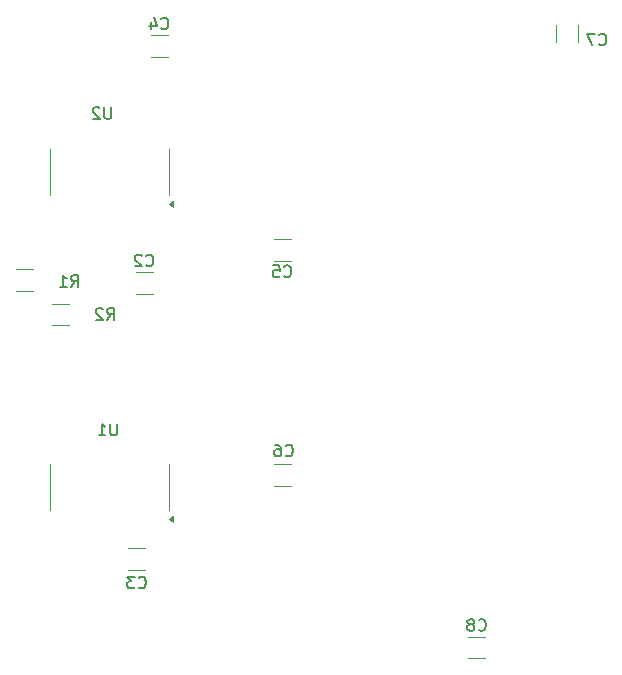
<source format=gbo>
%TF.GenerationSoftware,KiCad,Pcbnew,7.0.11+dfsg-1build4*%
%TF.CreationDate,2025-09-12T14:57:25+02:00*%
%TF.ProjectId,upp10a3v1.1,75707031-3061-4337-9631-2e312e6b6963,rev?*%
%TF.SameCoordinates,Original*%
%TF.FileFunction,Legend,Bot*%
%TF.FilePolarity,Positive*%
%FSLAX46Y46*%
G04 Gerber Fmt 4.6, Leading zero omitted, Abs format (unit mm)*
G04 Created by KiCad (PCBNEW 7.0.11+dfsg-1build4) date 2025-09-12 14:57:25*
%MOMM*%
%LPD*%
G01*
G04 APERTURE LIST*
%ADD10C,0.150000*%
%ADD11C,0.120000*%
G04 APERTURE END LIST*
D10*
X98553166Y-130208580D02*
X98600785Y-130256200D01*
X98600785Y-130256200D02*
X98743642Y-130303819D01*
X98743642Y-130303819D02*
X98838880Y-130303819D01*
X98838880Y-130303819D02*
X98981737Y-130256200D01*
X98981737Y-130256200D02*
X99076975Y-130160961D01*
X99076975Y-130160961D02*
X99124594Y-130065723D01*
X99124594Y-130065723D02*
X99172213Y-129875247D01*
X99172213Y-129875247D02*
X99172213Y-129732390D01*
X99172213Y-129732390D02*
X99124594Y-129541914D01*
X99124594Y-129541914D02*
X99076975Y-129446676D01*
X99076975Y-129446676D02*
X98981737Y-129351438D01*
X98981737Y-129351438D02*
X98838880Y-129303819D01*
X98838880Y-129303819D02*
X98743642Y-129303819D01*
X98743642Y-129303819D02*
X98600785Y-129351438D01*
X98600785Y-129351438D02*
X98553166Y-129399057D01*
X97981737Y-129732390D02*
X98076975Y-129684771D01*
X98076975Y-129684771D02*
X98124594Y-129637152D01*
X98124594Y-129637152D02*
X98172213Y-129541914D01*
X98172213Y-129541914D02*
X98172213Y-129494295D01*
X98172213Y-129494295D02*
X98124594Y-129399057D01*
X98124594Y-129399057D02*
X98076975Y-129351438D01*
X98076975Y-129351438D02*
X97981737Y-129303819D01*
X97981737Y-129303819D02*
X97791261Y-129303819D01*
X97791261Y-129303819D02*
X97696023Y-129351438D01*
X97696023Y-129351438D02*
X97648404Y-129399057D01*
X97648404Y-129399057D02*
X97600785Y-129494295D01*
X97600785Y-129494295D02*
X97600785Y-129541914D01*
X97600785Y-129541914D02*
X97648404Y-129637152D01*
X97648404Y-129637152D02*
X97696023Y-129684771D01*
X97696023Y-129684771D02*
X97791261Y-129732390D01*
X97791261Y-129732390D02*
X97981737Y-129732390D01*
X97981737Y-129732390D02*
X98076975Y-129780009D01*
X98076975Y-129780009D02*
X98124594Y-129827628D01*
X98124594Y-129827628D02*
X98172213Y-129922866D01*
X98172213Y-129922866D02*
X98172213Y-130113342D01*
X98172213Y-130113342D02*
X98124594Y-130208580D01*
X98124594Y-130208580D02*
X98076975Y-130256200D01*
X98076975Y-130256200D02*
X97981737Y-130303819D01*
X97981737Y-130303819D02*
X97791261Y-130303819D01*
X97791261Y-130303819D02*
X97696023Y-130256200D01*
X97696023Y-130256200D02*
X97648404Y-130208580D01*
X97648404Y-130208580D02*
X97600785Y-130113342D01*
X97600785Y-130113342D02*
X97600785Y-129922866D01*
X97600785Y-129922866D02*
X97648404Y-129827628D01*
X97648404Y-129827628D02*
X97696023Y-129780009D01*
X97696023Y-129780009D02*
X97791261Y-129732390D01*
X108751666Y-80623580D02*
X108799285Y-80671200D01*
X108799285Y-80671200D02*
X108942142Y-80718819D01*
X108942142Y-80718819D02*
X109037380Y-80718819D01*
X109037380Y-80718819D02*
X109180237Y-80671200D01*
X109180237Y-80671200D02*
X109275475Y-80575961D01*
X109275475Y-80575961D02*
X109323094Y-80480723D01*
X109323094Y-80480723D02*
X109370713Y-80290247D01*
X109370713Y-80290247D02*
X109370713Y-80147390D01*
X109370713Y-80147390D02*
X109323094Y-79956914D01*
X109323094Y-79956914D02*
X109275475Y-79861676D01*
X109275475Y-79861676D02*
X109180237Y-79766438D01*
X109180237Y-79766438D02*
X109037380Y-79718819D01*
X109037380Y-79718819D02*
X108942142Y-79718819D01*
X108942142Y-79718819D02*
X108799285Y-79766438D01*
X108799285Y-79766438D02*
X108751666Y-79814057D01*
X108418332Y-79718819D02*
X107751666Y-79718819D01*
X107751666Y-79718819D02*
X108180237Y-80718819D01*
X82208666Y-115421580D02*
X82256285Y-115469200D01*
X82256285Y-115469200D02*
X82399142Y-115516819D01*
X82399142Y-115516819D02*
X82494380Y-115516819D01*
X82494380Y-115516819D02*
X82637237Y-115469200D01*
X82637237Y-115469200D02*
X82732475Y-115373961D01*
X82732475Y-115373961D02*
X82780094Y-115278723D01*
X82780094Y-115278723D02*
X82827713Y-115088247D01*
X82827713Y-115088247D02*
X82827713Y-114945390D01*
X82827713Y-114945390D02*
X82780094Y-114754914D01*
X82780094Y-114754914D02*
X82732475Y-114659676D01*
X82732475Y-114659676D02*
X82637237Y-114564438D01*
X82637237Y-114564438D02*
X82494380Y-114516819D01*
X82494380Y-114516819D02*
X82399142Y-114516819D01*
X82399142Y-114516819D02*
X82256285Y-114564438D01*
X82256285Y-114564438D02*
X82208666Y-114612057D01*
X81351523Y-114516819D02*
X81541999Y-114516819D01*
X81541999Y-114516819D02*
X81637237Y-114564438D01*
X81637237Y-114564438D02*
X81684856Y-114612057D01*
X81684856Y-114612057D02*
X81780094Y-114754914D01*
X81780094Y-114754914D02*
X81827713Y-114945390D01*
X81827713Y-114945390D02*
X81827713Y-115326342D01*
X81827713Y-115326342D02*
X81780094Y-115421580D01*
X81780094Y-115421580D02*
X81732475Y-115469200D01*
X81732475Y-115469200D02*
X81637237Y-115516819D01*
X81637237Y-115516819D02*
X81446761Y-115516819D01*
X81446761Y-115516819D02*
X81351523Y-115469200D01*
X81351523Y-115469200D02*
X81303904Y-115421580D01*
X81303904Y-115421580D02*
X81256285Y-115326342D01*
X81256285Y-115326342D02*
X81256285Y-115088247D01*
X81256285Y-115088247D02*
X81303904Y-114993009D01*
X81303904Y-114993009D02*
X81351523Y-114945390D01*
X81351523Y-114945390D02*
X81446761Y-114897771D01*
X81446761Y-114897771D02*
X81637237Y-114897771D01*
X81637237Y-114897771D02*
X81732475Y-114945390D01*
X81732475Y-114945390D02*
X81780094Y-114993009D01*
X81780094Y-114993009D02*
X81827713Y-115088247D01*
X82081666Y-100253580D02*
X82129285Y-100301200D01*
X82129285Y-100301200D02*
X82272142Y-100348819D01*
X82272142Y-100348819D02*
X82367380Y-100348819D01*
X82367380Y-100348819D02*
X82510237Y-100301200D01*
X82510237Y-100301200D02*
X82605475Y-100205961D01*
X82605475Y-100205961D02*
X82653094Y-100110723D01*
X82653094Y-100110723D02*
X82700713Y-99920247D01*
X82700713Y-99920247D02*
X82700713Y-99777390D01*
X82700713Y-99777390D02*
X82653094Y-99586914D01*
X82653094Y-99586914D02*
X82605475Y-99491676D01*
X82605475Y-99491676D02*
X82510237Y-99396438D01*
X82510237Y-99396438D02*
X82367380Y-99348819D01*
X82367380Y-99348819D02*
X82272142Y-99348819D01*
X82272142Y-99348819D02*
X82129285Y-99396438D01*
X82129285Y-99396438D02*
X82081666Y-99444057D01*
X81176904Y-99348819D02*
X81653094Y-99348819D01*
X81653094Y-99348819D02*
X81700713Y-99825009D01*
X81700713Y-99825009D02*
X81653094Y-99777390D01*
X81653094Y-99777390D02*
X81557856Y-99729771D01*
X81557856Y-99729771D02*
X81319761Y-99729771D01*
X81319761Y-99729771D02*
X81224523Y-99777390D01*
X81224523Y-99777390D02*
X81176904Y-99825009D01*
X81176904Y-99825009D02*
X81129285Y-99920247D01*
X81129285Y-99920247D02*
X81129285Y-100158342D01*
X81129285Y-100158342D02*
X81176904Y-100253580D01*
X81176904Y-100253580D02*
X81224523Y-100301200D01*
X81224523Y-100301200D02*
X81319761Y-100348819D01*
X81319761Y-100348819D02*
X81557856Y-100348819D01*
X81557856Y-100348819D02*
X81653094Y-100301200D01*
X81653094Y-100301200D02*
X81700713Y-100253580D01*
X71667666Y-79281580D02*
X71715285Y-79329200D01*
X71715285Y-79329200D02*
X71858142Y-79376819D01*
X71858142Y-79376819D02*
X71953380Y-79376819D01*
X71953380Y-79376819D02*
X72096237Y-79329200D01*
X72096237Y-79329200D02*
X72191475Y-79233961D01*
X72191475Y-79233961D02*
X72239094Y-79138723D01*
X72239094Y-79138723D02*
X72286713Y-78948247D01*
X72286713Y-78948247D02*
X72286713Y-78805390D01*
X72286713Y-78805390D02*
X72239094Y-78614914D01*
X72239094Y-78614914D02*
X72191475Y-78519676D01*
X72191475Y-78519676D02*
X72096237Y-78424438D01*
X72096237Y-78424438D02*
X71953380Y-78376819D01*
X71953380Y-78376819D02*
X71858142Y-78376819D01*
X71858142Y-78376819D02*
X71715285Y-78424438D01*
X71715285Y-78424438D02*
X71667666Y-78472057D01*
X70810523Y-78710152D02*
X70810523Y-79376819D01*
X71048618Y-78329200D02*
X71286713Y-79043485D01*
X71286713Y-79043485D02*
X70667666Y-79043485D01*
X69762666Y-126597580D02*
X69810285Y-126645200D01*
X69810285Y-126645200D02*
X69953142Y-126692819D01*
X69953142Y-126692819D02*
X70048380Y-126692819D01*
X70048380Y-126692819D02*
X70191237Y-126645200D01*
X70191237Y-126645200D02*
X70286475Y-126549961D01*
X70286475Y-126549961D02*
X70334094Y-126454723D01*
X70334094Y-126454723D02*
X70381713Y-126264247D01*
X70381713Y-126264247D02*
X70381713Y-126121390D01*
X70381713Y-126121390D02*
X70334094Y-125930914D01*
X70334094Y-125930914D02*
X70286475Y-125835676D01*
X70286475Y-125835676D02*
X70191237Y-125740438D01*
X70191237Y-125740438D02*
X70048380Y-125692819D01*
X70048380Y-125692819D02*
X69953142Y-125692819D01*
X69953142Y-125692819D02*
X69810285Y-125740438D01*
X69810285Y-125740438D02*
X69762666Y-125788057D01*
X69429332Y-125692819D02*
X68810285Y-125692819D01*
X68810285Y-125692819D02*
X69143618Y-126073771D01*
X69143618Y-126073771D02*
X69000761Y-126073771D01*
X69000761Y-126073771D02*
X68905523Y-126121390D01*
X68905523Y-126121390D02*
X68857904Y-126169009D01*
X68857904Y-126169009D02*
X68810285Y-126264247D01*
X68810285Y-126264247D02*
X68810285Y-126502342D01*
X68810285Y-126502342D02*
X68857904Y-126597580D01*
X68857904Y-126597580D02*
X68905523Y-126645200D01*
X68905523Y-126645200D02*
X69000761Y-126692819D01*
X69000761Y-126692819D02*
X69286475Y-126692819D01*
X69286475Y-126692819D02*
X69381713Y-126645200D01*
X69381713Y-126645200D02*
X69429332Y-126597580D01*
X70397666Y-99347580D02*
X70445285Y-99395200D01*
X70445285Y-99395200D02*
X70588142Y-99442819D01*
X70588142Y-99442819D02*
X70683380Y-99442819D01*
X70683380Y-99442819D02*
X70826237Y-99395200D01*
X70826237Y-99395200D02*
X70921475Y-99299961D01*
X70921475Y-99299961D02*
X70969094Y-99204723D01*
X70969094Y-99204723D02*
X71016713Y-99014247D01*
X71016713Y-99014247D02*
X71016713Y-98871390D01*
X71016713Y-98871390D02*
X70969094Y-98680914D01*
X70969094Y-98680914D02*
X70921475Y-98585676D01*
X70921475Y-98585676D02*
X70826237Y-98490438D01*
X70826237Y-98490438D02*
X70683380Y-98442819D01*
X70683380Y-98442819D02*
X70588142Y-98442819D01*
X70588142Y-98442819D02*
X70445285Y-98490438D01*
X70445285Y-98490438D02*
X70397666Y-98538057D01*
X70016713Y-98538057D02*
X69969094Y-98490438D01*
X69969094Y-98490438D02*
X69873856Y-98442819D01*
X69873856Y-98442819D02*
X69635761Y-98442819D01*
X69635761Y-98442819D02*
X69540523Y-98490438D01*
X69540523Y-98490438D02*
X69492904Y-98538057D01*
X69492904Y-98538057D02*
X69445285Y-98633295D01*
X69445285Y-98633295D02*
X69445285Y-98728533D01*
X69445285Y-98728533D02*
X69492904Y-98871390D01*
X69492904Y-98871390D02*
X70064332Y-99442819D01*
X70064332Y-99442819D02*
X69445285Y-99442819D01*
X67436904Y-85941819D02*
X67436904Y-86751342D01*
X67436904Y-86751342D02*
X67389285Y-86846580D01*
X67389285Y-86846580D02*
X67341666Y-86894200D01*
X67341666Y-86894200D02*
X67246428Y-86941819D01*
X67246428Y-86941819D02*
X67055952Y-86941819D01*
X67055952Y-86941819D02*
X66960714Y-86894200D01*
X66960714Y-86894200D02*
X66913095Y-86846580D01*
X66913095Y-86846580D02*
X66865476Y-86751342D01*
X66865476Y-86751342D02*
X66865476Y-85941819D01*
X66436904Y-86037057D02*
X66389285Y-85989438D01*
X66389285Y-85989438D02*
X66294047Y-85941819D01*
X66294047Y-85941819D02*
X66055952Y-85941819D01*
X66055952Y-85941819D02*
X65960714Y-85989438D01*
X65960714Y-85989438D02*
X65913095Y-86037057D01*
X65913095Y-86037057D02*
X65865476Y-86132295D01*
X65865476Y-86132295D02*
X65865476Y-86227533D01*
X65865476Y-86227533D02*
X65913095Y-86370390D01*
X65913095Y-86370390D02*
X66484523Y-86941819D01*
X66484523Y-86941819D02*
X65865476Y-86941819D01*
X67095666Y-103959819D02*
X67428999Y-103483628D01*
X67667094Y-103959819D02*
X67667094Y-102959819D01*
X67667094Y-102959819D02*
X67286142Y-102959819D01*
X67286142Y-102959819D02*
X67190904Y-103007438D01*
X67190904Y-103007438D02*
X67143285Y-103055057D01*
X67143285Y-103055057D02*
X67095666Y-103150295D01*
X67095666Y-103150295D02*
X67095666Y-103293152D01*
X67095666Y-103293152D02*
X67143285Y-103388390D01*
X67143285Y-103388390D02*
X67190904Y-103436009D01*
X67190904Y-103436009D02*
X67286142Y-103483628D01*
X67286142Y-103483628D02*
X67667094Y-103483628D01*
X66714713Y-103055057D02*
X66667094Y-103007438D01*
X66667094Y-103007438D02*
X66571856Y-102959819D01*
X66571856Y-102959819D02*
X66333761Y-102959819D01*
X66333761Y-102959819D02*
X66238523Y-103007438D01*
X66238523Y-103007438D02*
X66190904Y-103055057D01*
X66190904Y-103055057D02*
X66143285Y-103150295D01*
X66143285Y-103150295D02*
X66143285Y-103245533D01*
X66143285Y-103245533D02*
X66190904Y-103388390D01*
X66190904Y-103388390D02*
X66762332Y-103959819D01*
X66762332Y-103959819D02*
X66143285Y-103959819D01*
X64047666Y-101165819D02*
X64380999Y-100689628D01*
X64619094Y-101165819D02*
X64619094Y-100165819D01*
X64619094Y-100165819D02*
X64238142Y-100165819D01*
X64238142Y-100165819D02*
X64142904Y-100213438D01*
X64142904Y-100213438D02*
X64095285Y-100261057D01*
X64095285Y-100261057D02*
X64047666Y-100356295D01*
X64047666Y-100356295D02*
X64047666Y-100499152D01*
X64047666Y-100499152D02*
X64095285Y-100594390D01*
X64095285Y-100594390D02*
X64142904Y-100642009D01*
X64142904Y-100642009D02*
X64238142Y-100689628D01*
X64238142Y-100689628D02*
X64619094Y-100689628D01*
X63095285Y-101165819D02*
X63666713Y-101165819D01*
X63380999Y-101165819D02*
X63380999Y-100165819D01*
X63380999Y-100165819D02*
X63476237Y-100308676D01*
X63476237Y-100308676D02*
X63571475Y-100403914D01*
X63571475Y-100403914D02*
X63666713Y-100451533D01*
X67944904Y-112738819D02*
X67944904Y-113548342D01*
X67944904Y-113548342D02*
X67897285Y-113643580D01*
X67897285Y-113643580D02*
X67849666Y-113691200D01*
X67849666Y-113691200D02*
X67754428Y-113738819D01*
X67754428Y-113738819D02*
X67563952Y-113738819D01*
X67563952Y-113738819D02*
X67468714Y-113691200D01*
X67468714Y-113691200D02*
X67421095Y-113643580D01*
X67421095Y-113643580D02*
X67373476Y-113548342D01*
X67373476Y-113548342D02*
X67373476Y-112738819D01*
X66373476Y-113738819D02*
X66944904Y-113738819D01*
X66659190Y-113738819D02*
X66659190Y-112738819D01*
X66659190Y-112738819D02*
X66754428Y-112881676D01*
X66754428Y-112881676D02*
X66849666Y-112976914D01*
X66849666Y-112976914D02*
X66944904Y-113024533D01*
D11*
%TO.C,C8*%
X99097752Y-132609000D02*
X97675248Y-132609000D01*
X99097752Y-130789000D02*
X97675248Y-130789000D01*
%TO.C,C7*%
X105135000Y-80428752D02*
X105135000Y-79006248D01*
X106955000Y-80428752D02*
X106955000Y-79006248D01*
%TO.C,C6*%
X81203748Y-116184000D02*
X82626252Y-116184000D01*
X81203748Y-118004000D02*
X82626252Y-118004000D01*
%TO.C,C5*%
X81203748Y-97134000D02*
X82626252Y-97134000D01*
X81203748Y-98954000D02*
X82626252Y-98954000D01*
%TO.C,C4*%
X72212252Y-81682000D02*
X70789748Y-81682000D01*
X72212252Y-79862000D02*
X70789748Y-79862000D01*
%TO.C,C3*%
X70307252Y-125116000D02*
X68884748Y-125116000D01*
X70307252Y-123296000D02*
X68884748Y-123296000D01*
%TO.C,C2*%
X70942252Y-101748000D02*
X69519748Y-101748000D01*
X70942252Y-99928000D02*
X69519748Y-99928000D01*
%TO.C,U2*%
X72645000Y-94405000D02*
X72315000Y-94165000D01*
X72645000Y-93925000D01*
X72645000Y-94405000D01*
G36*
X72645000Y-94405000D02*
G01*
X72315000Y-94165000D01*
X72645000Y-93925000D01*
X72645000Y-94405000D01*
G37*
X72370000Y-91440000D02*
X72370000Y-89490000D01*
X72370000Y-91440000D02*
X72370000Y-93390000D01*
X62250000Y-91440000D02*
X62250000Y-89490000D01*
X62250000Y-91440000D02*
X62250000Y-93390000D01*
%TO.C,R2*%
X62391936Y-104415000D02*
X63846064Y-104415000D01*
X62391936Y-102595000D02*
X63846064Y-102595000D01*
%TO.C,R1*%
X59343936Y-99674000D02*
X60798064Y-99674000D01*
X59343936Y-101494000D02*
X60798064Y-101494000D01*
%TO.C,U1*%
X62250000Y-118110000D02*
X62250000Y-120060000D01*
X62250000Y-118110000D02*
X62250000Y-116160000D01*
X72370000Y-118110000D02*
X72370000Y-120060000D01*
X72370000Y-118110000D02*
X72370000Y-116160000D01*
X72645000Y-121075000D02*
X72315000Y-120835000D01*
X72645000Y-120595000D01*
X72645000Y-121075000D01*
G36*
X72645000Y-121075000D02*
G01*
X72315000Y-120835000D01*
X72645000Y-120595000D01*
X72645000Y-121075000D01*
G37*
%TD*%
M02*

</source>
